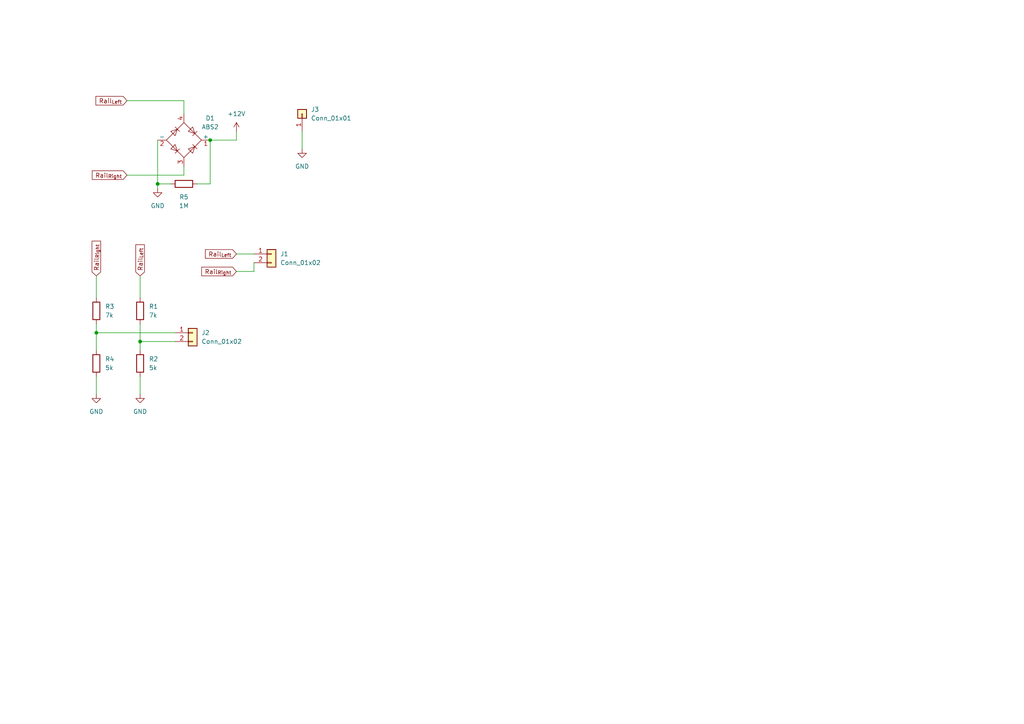
<source format=kicad_sch>
(kicad_sch (version 20230121) (generator eeschema)

  (uuid 13ce1335-c850-4a06-83de-bfbb4df2dbc4)

  (paper "A4")

  (lib_symbols
    (symbol "Connector_Generic:Conn_01x01" (pin_names (offset 1.016) hide) (in_bom yes) (on_board yes)
      (property "Reference" "J" (at 0 2.54 0)
        (effects (font (size 1.27 1.27)))
      )
      (property "Value" "Conn_01x01" (at 0 -2.54 0)
        (effects (font (size 1.27 1.27)))
      )
      (property "Footprint" "" (at 0 0 0)
        (effects (font (size 1.27 1.27)) hide)
      )
      (property "Datasheet" "~" (at 0 0 0)
        (effects (font (size 1.27 1.27)) hide)
      )
      (property "ki_keywords" "connector" (at 0 0 0)
        (effects (font (size 1.27 1.27)) hide)
      )
      (property "ki_description" "Generic connector, single row, 01x01, script generated (kicad-library-utils/schlib/autogen/connector/)" (at 0 0 0)
        (effects (font (size 1.27 1.27)) hide)
      )
      (property "ki_fp_filters" "Connector*:*_1x??_*" (at 0 0 0)
        (effects (font (size 1.27 1.27)) hide)
      )
      (symbol "Conn_01x01_1_1"
        (rectangle (start -1.27 0.127) (end 0 -0.127)
          (stroke (width 0.1524) (type default))
          (fill (type none))
        )
        (rectangle (start -1.27 1.27) (end 1.27 -1.27)
          (stroke (width 0.254) (type default))
          (fill (type background))
        )
        (pin passive line (at -5.08 0 0) (length 3.81)
          (name "Pin_1" (effects (font (size 1.27 1.27))))
          (number "1" (effects (font (size 1.27 1.27))))
        )
      )
    )
    (symbol "Connector_Generic:Conn_01x02" (pin_names (offset 1.016) hide) (in_bom yes) (on_board yes)
      (property "Reference" "J" (at 0 2.54 0)
        (effects (font (size 1.27 1.27)))
      )
      (property "Value" "Conn_01x02" (at 0 -5.08 0)
        (effects (font (size 1.27 1.27)))
      )
      (property "Footprint" "" (at 0 0 0)
        (effects (font (size 1.27 1.27)) hide)
      )
      (property "Datasheet" "~" (at 0 0 0)
        (effects (font (size 1.27 1.27)) hide)
      )
      (property "ki_keywords" "connector" (at 0 0 0)
        (effects (font (size 1.27 1.27)) hide)
      )
      (property "ki_description" "Generic connector, single row, 01x02, script generated (kicad-library-utils/schlib/autogen/connector/)" (at 0 0 0)
        (effects (font (size 1.27 1.27)) hide)
      )
      (property "ki_fp_filters" "Connector*:*_1x??_*" (at 0 0 0)
        (effects (font (size 1.27 1.27)) hide)
      )
      (symbol "Conn_01x02_1_1"
        (rectangle (start -1.27 -2.413) (end 0 -2.667)
          (stroke (width 0.1524) (type default))
          (fill (type none))
        )
        (rectangle (start -1.27 0.127) (end 0 -0.127)
          (stroke (width 0.1524) (type default))
          (fill (type none))
        )
        (rectangle (start -1.27 1.27) (end 1.27 -3.81)
          (stroke (width 0.254) (type default))
          (fill (type background))
        )
        (pin passive line (at -5.08 0 0) (length 3.81)
          (name "Pin_1" (effects (font (size 1.27 1.27))))
          (number "1" (effects (font (size 1.27 1.27))))
        )
        (pin passive line (at -5.08 -2.54 0) (length 3.81)
          (name "Pin_2" (effects (font (size 1.27 1.27))))
          (number "2" (effects (font (size 1.27 1.27))))
        )
      )
    )
    (symbol "Device:R" (pin_numbers hide) (pin_names (offset 0)) (in_bom yes) (on_board yes)
      (property "Reference" "R" (at 2.032 0 90)
        (effects (font (size 1.27 1.27)))
      )
      (property "Value" "R" (at 0 0 90)
        (effects (font (size 1.27 1.27)))
      )
      (property "Footprint" "" (at -1.778 0 90)
        (effects (font (size 1.27 1.27)) hide)
      )
      (property "Datasheet" "~" (at 0 0 0)
        (effects (font (size 1.27 1.27)) hide)
      )
      (property "ki_keywords" "R res resistor" (at 0 0 0)
        (effects (font (size 1.27 1.27)) hide)
      )
      (property "ki_description" "Resistor" (at 0 0 0)
        (effects (font (size 1.27 1.27)) hide)
      )
      (property "ki_fp_filters" "R_*" (at 0 0 0)
        (effects (font (size 1.27 1.27)) hide)
      )
      (symbol "R_0_1"
        (rectangle (start -1.016 -2.54) (end 1.016 2.54)
          (stroke (width 0.254) (type default))
          (fill (type none))
        )
      )
      (symbol "R_1_1"
        (pin passive line (at 0 3.81 270) (length 1.27)
          (name "~" (effects (font (size 1.27 1.27))))
          (number "1" (effects (font (size 1.27 1.27))))
        )
        (pin passive line (at 0 -3.81 90) (length 1.27)
          (name "~" (effects (font (size 1.27 1.27))))
          (number "2" (effects (font (size 1.27 1.27))))
        )
      )
    )
    (symbol "Diode_Bridge:ABS2" (pin_names (offset 0)) (in_bom yes) (on_board yes)
      (property "Reference" "D" (at 2.54 6.985 0)
        (effects (font (size 1.27 1.27)) (justify left))
      )
      (property "Value" "ABS2" (at 2.54 5.08 0)
        (effects (font (size 1.27 1.27)) (justify left))
      )
      (property "Footprint" "Diode_SMD:Diode_Bridge_Diotec_ABS" (at 3.81 3.175 0)
        (effects (font (size 1.27 1.27)) (justify left) hide)
      )
      (property "Datasheet" "https://diotec.com/tl_files/diotec/files/pdf/datasheets/abs2.pdf" (at 0 0 0)
        (effects (font (size 1.27 1.27)) hide)
      )
      (property "ki_keywords" "rectifier acdc" (at 0 0 0)
        (effects (font (size 1.27 1.27)) hide)
      )
      (property "ki_description" "Miniature Glass Passivated Single-Phase Surface Mount Bridge Rectifiers, 140V Vrms, 0.8A If, ABS SMD package" (at 0 0 0)
        (effects (font (size 1.27 1.27)) hide)
      )
      (property "ki_fp_filters" "Diode*Bridge*Diotec*ABS*" (at 0 0 0)
        (effects (font (size 1.27 1.27)) hide)
      )
      (symbol "ABS2_0_1"
        (polyline
          (pts
            (xy -2.54 3.81)
            (xy -1.27 2.54)
          )
          (stroke (width 0) (type default))
          (fill (type none))
        )
        (polyline
          (pts
            (xy -1.27 -2.54)
            (xy -2.54 -3.81)
          )
          (stroke (width 0) (type default))
          (fill (type none))
        )
        (polyline
          (pts
            (xy 2.54 -1.27)
            (xy 3.81 -2.54)
          )
          (stroke (width 0) (type default))
          (fill (type none))
        )
        (polyline
          (pts
            (xy 2.54 1.27)
            (xy 3.81 2.54)
          )
          (stroke (width 0) (type default))
          (fill (type none))
        )
        (polyline
          (pts
            (xy -3.81 2.54)
            (xy -2.54 1.27)
            (xy -1.905 3.175)
            (xy -3.81 2.54)
          )
          (stroke (width 0) (type default))
          (fill (type none))
        )
        (polyline
          (pts
            (xy -2.54 -1.27)
            (xy -3.81 -2.54)
            (xy -1.905 -3.175)
            (xy -2.54 -1.27)
          )
          (stroke (width 0) (type default))
          (fill (type none))
        )
        (polyline
          (pts
            (xy 1.27 2.54)
            (xy 2.54 3.81)
            (xy 3.175 1.905)
            (xy 1.27 2.54)
          )
          (stroke (width 0) (type default))
          (fill (type none))
        )
        (polyline
          (pts
            (xy 3.175 -1.905)
            (xy 1.27 -2.54)
            (xy 2.54 -3.81)
            (xy 3.175 -1.905)
          )
          (stroke (width 0) (type default))
          (fill (type none))
        )
        (polyline
          (pts
            (xy -5.08 0)
            (xy 0 -5.08)
            (xy 5.08 0)
            (xy 0 5.08)
            (xy -5.08 0)
          )
          (stroke (width 0) (type default))
          (fill (type none))
        )
      )
      (symbol "ABS2_1_1"
        (pin passive line (at 7.62 0 180) (length 2.54)
          (name "+" (effects (font (size 1.27 1.27))))
          (number "1" (effects (font (size 1.27 1.27))))
        )
        (pin passive line (at -7.62 0 0) (length 2.54)
          (name "-" (effects (font (size 1.27 1.27))))
          (number "2" (effects (font (size 1.27 1.27))))
        )
        (pin passive line (at 0 -7.62 90) (length 2.54)
          (name "~" (effects (font (size 1.27 1.27))))
          (number "3" (effects (font (size 1.27 1.27))))
        )
        (pin passive line (at 0 7.62 270) (length 2.54)
          (name "~" (effects (font (size 1.27 1.27))))
          (number "4" (effects (font (size 1.27 1.27))))
        )
      )
    )
    (symbol "power:+12V" (power) (pin_names (offset 0)) (in_bom yes) (on_board yes)
      (property "Reference" "#PWR" (at 0 -3.81 0)
        (effects (font (size 1.27 1.27)) hide)
      )
      (property "Value" "+12V" (at 0 3.556 0)
        (effects (font (size 1.27 1.27)))
      )
      (property "Footprint" "" (at 0 0 0)
        (effects (font (size 1.27 1.27)) hide)
      )
      (property "Datasheet" "" (at 0 0 0)
        (effects (font (size 1.27 1.27)) hide)
      )
      (property "ki_keywords" "global power" (at 0 0 0)
        (effects (font (size 1.27 1.27)) hide)
      )
      (property "ki_description" "Power symbol creates a global label with name \"+12V\"" (at 0 0 0)
        (effects (font (size 1.27 1.27)) hide)
      )
      (symbol "+12V_0_1"
        (polyline
          (pts
            (xy -0.762 1.27)
            (xy 0 2.54)
          )
          (stroke (width 0) (type default))
          (fill (type none))
        )
        (polyline
          (pts
            (xy 0 0)
            (xy 0 2.54)
          )
          (stroke (width 0) (type default))
          (fill (type none))
        )
        (polyline
          (pts
            (xy 0 2.54)
            (xy 0.762 1.27)
          )
          (stroke (width 0) (type default))
          (fill (type none))
        )
      )
      (symbol "+12V_1_1"
        (pin power_in line (at 0 0 90) (length 0) hide
          (name "+12V" (effects (font (size 1.27 1.27))))
          (number "1" (effects (font (size 1.27 1.27))))
        )
      )
    )
    (symbol "power:GND" (power) (pin_names (offset 0)) (in_bom yes) (on_board yes)
      (property "Reference" "#PWR" (at 0 -6.35 0)
        (effects (font (size 1.27 1.27)) hide)
      )
      (property "Value" "GND" (at 0 -3.81 0)
        (effects (font (size 1.27 1.27)))
      )
      (property "Footprint" "" (at 0 0 0)
        (effects (font (size 1.27 1.27)) hide)
      )
      (property "Datasheet" "" (at 0 0 0)
        (effects (font (size 1.27 1.27)) hide)
      )
      (property "ki_keywords" "global power" (at 0 0 0)
        (effects (font (size 1.27 1.27)) hide)
      )
      (property "ki_description" "Power symbol creates a global label with name \"GND\" , ground" (at 0 0 0)
        (effects (font (size 1.27 1.27)) hide)
      )
      (symbol "GND_0_1"
        (polyline
          (pts
            (xy 0 0)
            (xy 0 -1.27)
            (xy 1.27 -1.27)
            (xy 0 -2.54)
            (xy -1.27 -1.27)
            (xy 0 -1.27)
          )
          (stroke (width 0) (type default))
          (fill (type none))
        )
      )
      (symbol "GND_1_1"
        (pin power_in line (at 0 0 270) (length 0) hide
          (name "GND" (effects (font (size 1.27 1.27))))
          (number "1" (effects (font (size 1.27 1.27))))
        )
      )
    )
  )

  (junction (at 60.96 40.64) (diameter 0) (color 0 0 0 0)
    (uuid 85130367-f600-4a64-ad6a-df2e645356d2)
  )
  (junction (at 45.72 53.34) (diameter 0) (color 0 0 0 0)
    (uuid 9ccc6b22-11f3-4bdf-8177-39ebdbe67d64)
  )
  (junction (at 27.94 96.52) (diameter 0) (color 0 0 0 0)
    (uuid b2cf3ea0-e7c9-4d3f-8368-fe8f267b9943)
  )
  (junction (at 40.64 99.06) (diameter 0) (color 0 0 0 0)
    (uuid e9450a84-fdc4-4425-83b2-42276b78c2f8)
  )

  (wire (pts (xy 40.64 80.01) (xy 40.64 86.36))
    (stroke (width 0) (type default))
    (uuid 12df73e0-88ad-403a-a801-c5f0190b44e7)
  )
  (wire (pts (xy 36.83 29.21) (xy 53.34 29.21))
    (stroke (width 0) (type default))
    (uuid 18b33e3e-15a2-402a-b748-e3185e68d8cd)
  )
  (wire (pts (xy 87.63 38.1) (xy 87.63 43.18))
    (stroke (width 0) (type default))
    (uuid 256266c6-05d4-4d77-b854-3c767f47af54)
  )
  (wire (pts (xy 53.34 50.8) (xy 36.83 50.8))
    (stroke (width 0) (type default))
    (uuid 34758276-c502-45f2-99e4-759337df1829)
  )
  (wire (pts (xy 45.72 53.34) (xy 45.72 54.61))
    (stroke (width 0) (type default))
    (uuid 42cff603-8ccb-42a2-bb60-6b76aa9dbaf6)
  )
  (wire (pts (xy 27.94 96.52) (xy 27.94 101.6))
    (stroke (width 0) (type default))
    (uuid 4fb0cf8c-41f7-47ff-bc09-7da0528aa5b0)
  )
  (wire (pts (xy 45.72 40.64) (xy 45.72 53.34))
    (stroke (width 0) (type default))
    (uuid 5714fb8f-f9f6-4fd7-a8bb-54e60624ceab)
  )
  (wire (pts (xy 40.64 109.22) (xy 40.64 114.3))
    (stroke (width 0) (type default))
    (uuid 5841cd89-beb0-47a7-928e-9e1af55bd868)
  )
  (wire (pts (xy 68.58 38.1) (xy 68.58 40.64))
    (stroke (width 0) (type default))
    (uuid 5e17533e-6e25-49e9-9b38-8e06fdbba205)
  )
  (wire (pts (xy 27.94 80.01) (xy 27.94 86.36))
    (stroke (width 0) (type default))
    (uuid 7ea02fab-06e6-4b60-b0bc-0cadacdf7096)
  )
  (wire (pts (xy 50.8 99.06) (xy 40.64 99.06))
    (stroke (width 0) (type default))
    (uuid 8b627ed4-6252-4cab-a9a7-a4e89c2b98e5)
  )
  (wire (pts (xy 68.58 73.66) (xy 73.66 73.66))
    (stroke (width 0) (type default))
    (uuid 98966df4-fc30-45fe-8aef-7552c4efe057)
  )
  (wire (pts (xy 27.94 109.22) (xy 27.94 114.3))
    (stroke (width 0) (type default))
    (uuid a2626c13-089f-45f2-ab68-2190603e49d4)
  )
  (wire (pts (xy 60.96 53.34) (xy 60.96 40.64))
    (stroke (width 0) (type default))
    (uuid bbbf78c1-b7cd-4f7a-8073-095cfe0ce34e)
  )
  (wire (pts (xy 68.58 40.64) (xy 60.96 40.64))
    (stroke (width 0) (type default))
    (uuid c676a759-340a-489b-aed7-9a0d5eacf2e4)
  )
  (wire (pts (xy 27.94 96.52) (xy 50.8 96.52))
    (stroke (width 0) (type default))
    (uuid c71f96b2-c8d2-44a1-8b6b-7e1640a95528)
  )
  (wire (pts (xy 57.15 53.34) (xy 60.96 53.34))
    (stroke (width 0) (type default))
    (uuid dbc25469-e3f7-4a2d-a87d-af7e9cf67e3a)
  )
  (wire (pts (xy 53.34 29.21) (xy 53.34 33.02))
    (stroke (width 0) (type default))
    (uuid dfa71da1-787b-45e9-bfb3-0b4278acfb73)
  )
  (wire (pts (xy 40.64 99.06) (xy 40.64 101.6))
    (stroke (width 0) (type default))
    (uuid e355817d-f0ca-4466-9c20-7cb93f518cbe)
  )
  (wire (pts (xy 68.58 78.74) (xy 73.66 78.74))
    (stroke (width 0) (type default))
    (uuid e5ec196d-3d97-4dcc-b046-17cc45eb34f7)
  )
  (wire (pts (xy 45.72 53.34) (xy 49.53 53.34))
    (stroke (width 0) (type default))
    (uuid eebb700c-7bf1-4019-a588-37ed18e4a443)
  )
  (wire (pts (xy 27.94 93.98) (xy 27.94 96.52))
    (stroke (width 0) (type default))
    (uuid eefab7a4-f6ca-4122-beee-3e3f293c3266)
  )
  (wire (pts (xy 40.64 93.98) (xy 40.64 99.06))
    (stroke (width 0) (type default))
    (uuid f056473e-0733-49b1-aae5-3265a2255ad2)
  )
  (wire (pts (xy 73.66 78.74) (xy 73.66 76.2))
    (stroke (width 0) (type default))
    (uuid f7be36f1-09e6-46f9-9848-5751150b0a62)
  )
  (wire (pts (xy 53.34 48.26) (xy 53.34 50.8))
    (stroke (width 0) (type default))
    (uuid ff1388d5-7849-44ea-9c36-77b27173dc23)
  )

  (global_label "Rail_{Left}" (shape input) (at 68.58 73.66 180) (fields_autoplaced)
    (effects (font (size 1.27 1.27)) (justify right))
    (uuid 179ae772-d4c1-4253-aa28-0c8c26ba3822)
    (property "Intersheetrefs" "${INTERSHEET_REFS}" (at 59.0004 73.66 0)
      (effects (font (size 1.27 1.27)) (justify right) hide)
    )
  )
  (global_label "Rail_{Right}" (shape input) (at 68.58 78.74 180) (fields_autoplaced)
    (effects (font (size 1.27 1.27)) (justify right))
    (uuid 8935092a-dd54-4da7-a022-b83b9f0de67a)
    (property "Intersheetrefs" "${INTERSHEET_REFS}" (at 57.9362 78.74 0)
      (effects (font (size 1.27 1.27)) (justify right) hide)
    )
  )
  (global_label "Rail_{Right}" (shape input) (at 36.83 50.8 180) (fields_autoplaced)
    (effects (font (size 1.27 1.27)) (justify right))
    (uuid bb28dff4-fdad-41d2-8b9d-32e34e2803cd)
    (property "Intersheetrefs" "${INTERSHEET_REFS}" (at 26.1862 50.8 0)
      (effects (font (size 1.27 1.27)) (justify right) hide)
    )
  )
  (global_label "Rail_{Left}" (shape input) (at 40.64 80.01 90) (fields_autoplaced)
    (effects (font (size 1.27 1.27)) (justify left))
    (uuid d67b2676-e794-4767-9727-0693799ace79)
    (property "Intersheetrefs" "${INTERSHEET_REFS}" (at 40.64 70.4304 90)
      (effects (font (size 1.27 1.27)) (justify left) hide)
    )
  )
  (global_label "Rail_{Right}" (shape input) (at 27.94 80.01 90) (fields_autoplaced)
    (effects (font (size 1.27 1.27)) (justify left))
    (uuid d86a493c-9044-42f3-9204-8e6973eb0033)
    (property "Intersheetrefs" "${INTERSHEET_REFS}" (at 27.94 69.3662 90)
      (effects (font (size 1.27 1.27)) (justify left) hide)
    )
  )
  (global_label "Rail_{Left}" (shape input) (at 36.83 29.21 180) (fields_autoplaced)
    (effects (font (size 1.27 1.27)) (justify right))
    (uuid fde9fb30-36bf-4d65-a01e-5d9c43635962)
    (property "Intersheetrefs" "${INTERSHEET_REFS}" (at 27.2504 29.21 0)
      (effects (font (size 1.27 1.27)) (justify right) hide)
    )
  )

  (symbol (lib_id "power:GND") (at 45.72 54.61 0) (unit 1)
    (in_bom yes) (on_board yes) (dnp no) (fields_autoplaced)
    (uuid 42f91ca6-de88-4849-b1da-0f6853639123)
    (property "Reference" "#PWR03" (at 45.72 60.96 0)
      (effects (font (size 1.27 1.27)) hide)
    )
    (property "Value" "GND" (at 45.72 59.69 0)
      (effects (font (size 1.27 1.27)))
    )
    (property "Footprint" "" (at 45.72 54.61 0)
      (effects (font (size 1.27 1.27)) hide)
    )
    (property "Datasheet" "" (at 45.72 54.61 0)
      (effects (font (size 1.27 1.27)) hide)
    )
    (pin "1" (uuid 141f88be-ae78-4cc6-9fa0-0b3b9d593385))
    (instances
      (project "okdcc"
        (path "/13ce1335-c850-4a06-83de-bfbb4df2dbc4"
          (reference "#PWR03") (unit 1)
        )
      )
    )
  )

  (symbol (lib_id "Diode_Bridge:ABS2") (at 53.34 40.64 0) (unit 1)
    (in_bom yes) (on_board yes) (dnp no)
    (uuid 46d8e49e-6a98-44d0-937a-f4a0fb7e147c)
    (property "Reference" "D1" (at 60.96 34.29 0)
      (effects (font (size 1.27 1.27)))
    )
    (property "Value" "ABS2" (at 60.96 36.83 0)
      (effects (font (size 1.27 1.27)))
    )
    (property "Footprint" "Diode_SMD:Diode_Bridge_Diotec_ABS" (at 57.15 37.465 0)
      (effects (font (size 1.27 1.27)) (justify left) hide)
    )
    (property "Datasheet" "https://diotec.com/tl_files/diotec/files/pdf/datasheets/abs2.pdf" (at 53.34 40.64 0)
      (effects (font (size 1.27 1.27)) hide)
    )
    (pin "3" (uuid 6a2e45f2-8b7b-48e0-984a-747772d99812))
    (pin "4" (uuid 91e7d700-5e77-4cdc-95e4-9ff92a197017))
    (pin "2" (uuid 46b7d8e5-1fcd-4845-8143-e79c0f45a52a))
    (pin "1" (uuid abc1aaff-b1f5-44ad-9747-b541af13f8a1))
    (instances
      (project "okdcc"
        (path "/13ce1335-c850-4a06-83de-bfbb4df2dbc4"
          (reference "D1") (unit 1)
        )
      )
    )
  )

  (symbol (lib_id "power:GND") (at 40.64 114.3 0) (unit 1)
    (in_bom yes) (on_board yes) (dnp no) (fields_autoplaced)
    (uuid 4d077c47-8804-4dd9-9abb-a9026d89784d)
    (property "Reference" "#PWR01" (at 40.64 120.65 0)
      (effects (font (size 1.27 1.27)) hide)
    )
    (property "Value" "GND" (at 40.64 119.38 0)
      (effects (font (size 1.27 1.27)))
    )
    (property "Footprint" "" (at 40.64 114.3 0)
      (effects (font (size 1.27 1.27)) hide)
    )
    (property "Datasheet" "" (at 40.64 114.3 0)
      (effects (font (size 1.27 1.27)) hide)
    )
    (pin "1" (uuid 15933eb0-7c3b-439c-9cb4-f90c376a7a70))
    (instances
      (project "okdcc"
        (path "/13ce1335-c850-4a06-83de-bfbb4df2dbc4"
          (reference "#PWR01") (unit 1)
        )
      )
    )
  )

  (symbol (lib_id "power:+12V") (at 68.58 38.1 0) (unit 1)
    (in_bom yes) (on_board yes) (dnp no) (fields_autoplaced)
    (uuid 57c94141-e5dc-4fb6-8463-c68632678199)
    (property "Reference" "#PWR04" (at 68.58 41.91 0)
      (effects (font (size 1.27 1.27)) hide)
    )
    (property "Value" "+12V" (at 68.58 33.02 0)
      (effects (font (size 1.27 1.27)))
    )
    (property "Footprint" "" (at 68.58 38.1 0)
      (effects (font (size 1.27 1.27)) hide)
    )
    (property "Datasheet" "" (at 68.58 38.1 0)
      (effects (font (size 1.27 1.27)) hide)
    )
    (pin "1" (uuid 035eb1f6-d1ab-429e-bf9e-a581cba55c2d))
    (instances
      (project "okdcc"
        (path "/13ce1335-c850-4a06-83de-bfbb4df2dbc4"
          (reference "#PWR04") (unit 1)
        )
      )
    )
  )

  (symbol (lib_id "Connector_Generic:Conn_01x01") (at 87.63 33.02 90) (unit 1)
    (in_bom yes) (on_board yes) (dnp no) (fields_autoplaced)
    (uuid 78feb48a-9260-4f96-8928-b1f9b59446c5)
    (property "Reference" "J3" (at 90.17 31.75 90)
      (effects (font (size 1.27 1.27)) (justify right))
    )
    (property "Value" "Conn_01x01" (at 90.17 34.29 90)
      (effects (font (size 1.27 1.27)) (justify right))
    )
    (property "Footprint" "" (at 87.63 33.02 0)
      (effects (font (size 1.27 1.27)) hide)
    )
    (property "Datasheet" "~" (at 87.63 33.02 0)
      (effects (font (size 1.27 1.27)) hide)
    )
    (pin "1" (uuid b41ec806-326c-40d0-a066-6744cffe9694))
    (instances
      (project "okdcc"
        (path "/13ce1335-c850-4a06-83de-bfbb4df2dbc4"
          (reference "J3") (unit 1)
        )
      )
    )
  )

  (symbol (lib_id "Device:R") (at 40.64 90.17 0) (unit 1)
    (in_bom yes) (on_board yes) (dnp no) (fields_autoplaced)
    (uuid 82ea8580-7134-4878-99b3-a52090fde002)
    (property "Reference" "R1" (at 43.18 88.9 0)
      (effects (font (size 1.27 1.27)) (justify left))
    )
    (property "Value" "7k" (at 43.18 91.44 0)
      (effects (font (size 1.27 1.27)) (justify left))
    )
    (property "Footprint" "" (at 38.862 90.17 90)
      (effects (font (size 1.27 1.27)) hide)
    )
    (property "Datasheet" "~" (at 40.64 90.17 0)
      (effects (font (size 1.27 1.27)) hide)
    )
    (pin "2" (uuid 4ea06cb9-8a50-40f5-9222-74b9710c0d99))
    (pin "1" (uuid d757eaf8-e4f4-4c60-b106-f09e4f9ed876))
    (instances
      (project "okdcc"
        (path "/13ce1335-c850-4a06-83de-bfbb4df2dbc4"
          (reference "R1") (unit 1)
        )
      )
    )
  )

  (symbol (lib_id "power:GND") (at 87.63 43.18 0) (unit 1)
    (in_bom yes) (on_board yes) (dnp no) (fields_autoplaced)
    (uuid 8410280e-f061-40e1-8cdd-2c79c2f9e849)
    (property "Reference" "#PWR05" (at 87.63 49.53 0)
      (effects (font (size 1.27 1.27)) hide)
    )
    (property "Value" "GND" (at 87.63 48.26 0)
      (effects (font (size 1.27 1.27)))
    )
    (property "Footprint" "" (at 87.63 43.18 0)
      (effects (font (size 1.27 1.27)) hide)
    )
    (property "Datasheet" "" (at 87.63 43.18 0)
      (effects (font (size 1.27 1.27)) hide)
    )
    (pin "1" (uuid 038ffff4-400a-4f54-999c-25867522635f))
    (instances
      (project "okdcc"
        (path "/13ce1335-c850-4a06-83de-bfbb4df2dbc4"
          (reference "#PWR05") (unit 1)
        )
      )
    )
  )

  (symbol (lib_id "Device:R") (at 27.94 90.17 0) (unit 1)
    (in_bom yes) (on_board yes) (dnp no) (fields_autoplaced)
    (uuid 8892a7b3-732b-4248-b913-0932aaee9e0d)
    (property "Reference" "R3" (at 30.48 88.9 0)
      (effects (font (size 1.27 1.27)) (justify left))
    )
    (property "Value" "7k" (at 30.48 91.44 0)
      (effects (font (size 1.27 1.27)) (justify left))
    )
    (property "Footprint" "" (at 26.162 90.17 90)
      (effects (font (size 1.27 1.27)) hide)
    )
    (property "Datasheet" "~" (at 27.94 90.17 0)
      (effects (font (size 1.27 1.27)) hide)
    )
    (pin "2" (uuid 95488864-4626-4ea9-9e88-2792ba59867b))
    (pin "1" (uuid 082e9573-cfc3-4619-99d4-659aaf8dd30c))
    (instances
      (project "okdcc"
        (path "/13ce1335-c850-4a06-83de-bfbb4df2dbc4"
          (reference "R3") (unit 1)
        )
      )
    )
  )

  (symbol (lib_id "Device:R") (at 53.34 53.34 270) (unit 1)
    (in_bom yes) (on_board yes) (dnp no)
    (uuid 9b0c69ea-766a-4d2c-a057-d852b45f4d78)
    (property "Reference" "R5" (at 53.34 57.15 90)
      (effects (font (size 1.27 1.27)))
    )
    (property "Value" "1M" (at 53.34 59.69 90)
      (effects (font (size 1.27 1.27)))
    )
    (property "Footprint" "" (at 53.34 51.562 90)
      (effects (font (size 1.27 1.27)) hide)
    )
    (property "Datasheet" "~" (at 53.34 53.34 0)
      (effects (font (size 1.27 1.27)) hide)
    )
    (pin "2" (uuid 781fa102-13dd-4230-b120-b2b2823a9c50))
    (pin "1" (uuid a32ccfc4-73e6-4526-ae8a-32d5eaafe888))
    (instances
      (project "okdcc"
        (path "/13ce1335-c850-4a06-83de-bfbb4df2dbc4"
          (reference "R5") (unit 1)
        )
      )
    )
  )

  (symbol (lib_id "Device:R") (at 27.94 105.41 0) (unit 1)
    (in_bom yes) (on_board yes) (dnp no) (fields_autoplaced)
    (uuid a47808c2-b028-4b81-b2cd-3c3693109e78)
    (property "Reference" "R4" (at 30.48 104.14 0)
      (effects (font (size 1.27 1.27)) (justify left))
    )
    (property "Value" "5k" (at 30.48 106.68 0)
      (effects (font (size 1.27 1.27)) (justify left))
    )
    (property "Footprint" "" (at 26.162 105.41 90)
      (effects (font (size 1.27 1.27)) hide)
    )
    (property "Datasheet" "~" (at 27.94 105.41 0)
      (effects (font (size 1.27 1.27)) hide)
    )
    (pin "2" (uuid 96ef58e7-345f-4b89-9ba7-359c263eff68))
    (pin "1" (uuid 4c3998aa-86c0-4a43-a721-0e76d1a65eef))
    (instances
      (project "okdcc"
        (path "/13ce1335-c850-4a06-83de-bfbb4df2dbc4"
          (reference "R4") (unit 1)
        )
      )
    )
  )

  (symbol (lib_id "Device:R") (at 40.64 105.41 0) (unit 1)
    (in_bom yes) (on_board yes) (dnp no) (fields_autoplaced)
    (uuid bb6ce9e2-70bd-4f2b-a0cc-8e003c295b52)
    (property "Reference" "R2" (at 43.18 104.14 0)
      (effects (font (size 1.27 1.27)) (justify left))
    )
    (property "Value" "5k" (at 43.18 106.68 0)
      (effects (font (size 1.27 1.27)) (justify left))
    )
    (property "Footprint" "" (at 38.862 105.41 90)
      (effects (font (size 1.27 1.27)) hide)
    )
    (property "Datasheet" "~" (at 40.64 105.41 0)
      (effects (font (size 1.27 1.27)) hide)
    )
    (pin "2" (uuid abdadbd3-b6d0-4364-befa-d08d32092972))
    (pin "1" (uuid 23b81e9f-0705-4c35-9f8e-bdcd1e5a347d))
    (instances
      (project "okdcc"
        (path "/13ce1335-c850-4a06-83de-bfbb4df2dbc4"
          (reference "R2") (unit 1)
        )
      )
    )
  )

  (symbol (lib_id "Connector_Generic:Conn_01x02") (at 55.88 96.52 0) (unit 1)
    (in_bom yes) (on_board yes) (dnp no) (fields_autoplaced)
    (uuid db988b8e-3c34-4612-a81b-90ac83fff74b)
    (property "Reference" "J2" (at 58.42 96.52 0)
      (effects (font (size 1.27 1.27)) (justify left))
    )
    (property "Value" "Conn_01x02" (at 58.42 99.06 0)
      (effects (font (size 1.27 1.27)) (justify left))
    )
    (property "Footprint" "" (at 55.88 96.52 0)
      (effects (font (size 1.27 1.27)) hide)
    )
    (property "Datasheet" "~" (at 55.88 96.52 0)
      (effects (font (size 1.27 1.27)) hide)
    )
    (pin "1" (uuid dc5bec6f-22f7-4146-9d43-96700d6b8995))
    (pin "2" (uuid 14c04e49-7e6d-48f4-ac3b-f61607f794a9))
    (instances
      (project "okdcc"
        (path "/13ce1335-c850-4a06-83de-bfbb4df2dbc4"
          (reference "J2") (unit 1)
        )
      )
    )
  )

  (symbol (lib_id "Connector_Generic:Conn_01x02") (at 78.74 73.66 0) (unit 1)
    (in_bom yes) (on_board yes) (dnp no) (fields_autoplaced)
    (uuid e6ea6f3d-fd6f-4cbc-b205-e7d01fcae673)
    (property "Reference" "J1" (at 81.28 73.66 0)
      (effects (font (size 1.27 1.27)) (justify left))
    )
    (property "Value" "Conn_01x02" (at 81.28 76.2 0)
      (effects (font (size 1.27 1.27)) (justify left))
    )
    (property "Footprint" "" (at 78.74 73.66 0)
      (effects (font (size 1.27 1.27)) hide)
    )
    (property "Datasheet" "~" (at 78.74 73.66 0)
      (effects (font (size 1.27 1.27)) hide)
    )
    (pin "1" (uuid 1d2555bb-c3c3-41ea-9758-b449e3b5f69a))
    (pin "2" (uuid cd4d69fe-cdb2-47e8-873a-b935d6531e41))
    (instances
      (project "okdcc"
        (path "/13ce1335-c850-4a06-83de-bfbb4df2dbc4"
          (reference "J1") (unit 1)
        )
      )
    )
  )

  (symbol (lib_id "power:GND") (at 27.94 114.3 0) (unit 1)
    (in_bom yes) (on_board yes) (dnp no) (fields_autoplaced)
    (uuid ec0d7d6d-defe-4953-81e2-ef8e85b6db5e)
    (property "Reference" "#PWR02" (at 27.94 120.65 0)
      (effects (font (size 1.27 1.27)) hide)
    )
    (property "Value" "GND" (at 27.94 119.38 0)
      (effects (font (size 1.27 1.27)))
    )
    (property "Footprint" "" (at 27.94 114.3 0)
      (effects (font (size 1.27 1.27)) hide)
    )
    (property "Datasheet" "" (at 27.94 114.3 0)
      (effects (font (size 1.27 1.27)) hide)
    )
    (pin "1" (uuid 9b2a26a1-41ce-4746-80fc-e737b0cce492))
    (instances
      (project "okdcc"
        (path "/13ce1335-c850-4a06-83de-bfbb4df2dbc4"
          (reference "#PWR02") (unit 1)
        )
      )
    )
  )

  (sheet_instances
    (path "/" (page "1"))
  )
)

</source>
